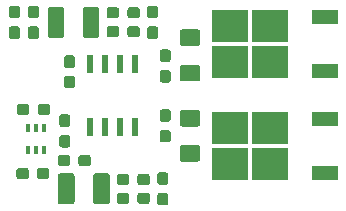
<source format=gtp>
G04 #@! TF.GenerationSoftware,KiCad,Pcbnew,(5.0.1-dev-70-gb7b125d83)*
G04 #@! TF.CreationDate,2018-10-14T18:39:39+02:00*
G04 #@! TF.ProjectId,pwm-fan-control,70776D2D66616E2D636F6E74726F6C2E,rev?*
G04 #@! TF.SameCoordinates,Original*
G04 #@! TF.FileFunction,Paste,Top*
G04 #@! TF.FilePolarity,Positive*
%FSLAX46Y46*%
G04 Gerber Fmt 4.6, Leading zero omitted, Abs format (unit mm)*
G04 Created by KiCad (PCBNEW (5.0.1-dev-70-gb7b125d83)) date 10/14/18 18:39:39*
%MOMM*%
%LPD*%
G01*
G04 APERTURE LIST*
%ADD10R,2.200000X1.200000*%
%ADD11R,3.050000X2.750000*%
%ADD12C,0.100000*%
%ADD13C,1.425000*%
%ADD14C,0.950000*%
%ADD15R,0.600000X1.550000*%
%ADD16R,0.400000X0.650000*%
G04 APERTURE END LIST*
D10*
G04 #@! TO.C,Q1*
X236200000Y-59180000D03*
X236200000Y-54620000D03*
D11*
X228225000Y-55375000D03*
X231575000Y-58425000D03*
X228225000Y-58425000D03*
X231575000Y-55375000D03*
G04 #@! TD*
G04 #@! TO.C,Q2*
X231575000Y-46675000D03*
X228225000Y-49725000D03*
X231575000Y-49725000D03*
X228225000Y-46675000D03*
D10*
X236200000Y-45920000D03*
X236200000Y-50480000D03*
G04 #@! TD*
D12*
G04 #@! TO.C,R12*
G36*
X225449504Y-49976204D02*
X225473773Y-49979804D01*
X225497571Y-49985765D01*
X225520671Y-49994030D01*
X225542849Y-50004520D01*
X225563893Y-50017133D01*
X225583598Y-50031747D01*
X225601777Y-50048223D01*
X225618253Y-50066402D01*
X225632867Y-50086107D01*
X225645480Y-50107151D01*
X225655970Y-50129329D01*
X225664235Y-50152429D01*
X225670196Y-50176227D01*
X225673796Y-50200496D01*
X225675000Y-50225000D01*
X225675000Y-51150000D01*
X225673796Y-51174504D01*
X225670196Y-51198773D01*
X225664235Y-51222571D01*
X225655970Y-51245671D01*
X225645480Y-51267849D01*
X225632867Y-51288893D01*
X225618253Y-51308598D01*
X225601777Y-51326777D01*
X225583598Y-51343253D01*
X225563893Y-51357867D01*
X225542849Y-51370480D01*
X225520671Y-51380970D01*
X225497571Y-51389235D01*
X225473773Y-51395196D01*
X225449504Y-51398796D01*
X225425000Y-51400000D01*
X224175000Y-51400000D01*
X224150496Y-51398796D01*
X224126227Y-51395196D01*
X224102429Y-51389235D01*
X224079329Y-51380970D01*
X224057151Y-51370480D01*
X224036107Y-51357867D01*
X224016402Y-51343253D01*
X223998223Y-51326777D01*
X223981747Y-51308598D01*
X223967133Y-51288893D01*
X223954520Y-51267849D01*
X223944030Y-51245671D01*
X223935765Y-51222571D01*
X223929804Y-51198773D01*
X223926204Y-51174504D01*
X223925000Y-51150000D01*
X223925000Y-50225000D01*
X223926204Y-50200496D01*
X223929804Y-50176227D01*
X223935765Y-50152429D01*
X223944030Y-50129329D01*
X223954520Y-50107151D01*
X223967133Y-50086107D01*
X223981747Y-50066402D01*
X223998223Y-50048223D01*
X224016402Y-50031747D01*
X224036107Y-50017133D01*
X224057151Y-50004520D01*
X224079329Y-49994030D01*
X224102429Y-49985765D01*
X224126227Y-49979804D01*
X224150496Y-49976204D01*
X224175000Y-49975000D01*
X225425000Y-49975000D01*
X225449504Y-49976204D01*
X225449504Y-49976204D01*
G37*
D13*
X224800000Y-50687500D03*
D12*
G36*
X225449504Y-47001204D02*
X225473773Y-47004804D01*
X225497571Y-47010765D01*
X225520671Y-47019030D01*
X225542849Y-47029520D01*
X225563893Y-47042133D01*
X225583598Y-47056747D01*
X225601777Y-47073223D01*
X225618253Y-47091402D01*
X225632867Y-47111107D01*
X225645480Y-47132151D01*
X225655970Y-47154329D01*
X225664235Y-47177429D01*
X225670196Y-47201227D01*
X225673796Y-47225496D01*
X225675000Y-47250000D01*
X225675000Y-48175000D01*
X225673796Y-48199504D01*
X225670196Y-48223773D01*
X225664235Y-48247571D01*
X225655970Y-48270671D01*
X225645480Y-48292849D01*
X225632867Y-48313893D01*
X225618253Y-48333598D01*
X225601777Y-48351777D01*
X225583598Y-48368253D01*
X225563893Y-48382867D01*
X225542849Y-48395480D01*
X225520671Y-48405970D01*
X225497571Y-48414235D01*
X225473773Y-48420196D01*
X225449504Y-48423796D01*
X225425000Y-48425000D01*
X224175000Y-48425000D01*
X224150496Y-48423796D01*
X224126227Y-48420196D01*
X224102429Y-48414235D01*
X224079329Y-48405970D01*
X224057151Y-48395480D01*
X224036107Y-48382867D01*
X224016402Y-48368253D01*
X223998223Y-48351777D01*
X223981747Y-48333598D01*
X223967133Y-48313893D01*
X223954520Y-48292849D01*
X223944030Y-48270671D01*
X223935765Y-48247571D01*
X223929804Y-48223773D01*
X223926204Y-48199504D01*
X223925000Y-48175000D01*
X223925000Y-47250000D01*
X223926204Y-47225496D01*
X223929804Y-47201227D01*
X223935765Y-47177429D01*
X223944030Y-47154329D01*
X223954520Y-47132151D01*
X223967133Y-47111107D01*
X223981747Y-47091402D01*
X223998223Y-47073223D01*
X224016402Y-47056747D01*
X224036107Y-47042133D01*
X224057151Y-47029520D01*
X224079329Y-47019030D01*
X224102429Y-47010765D01*
X224126227Y-47004804D01*
X224150496Y-47001204D01*
X224175000Y-47000000D01*
X225425000Y-47000000D01*
X225449504Y-47001204D01*
X225449504Y-47001204D01*
G37*
D13*
X224800000Y-47712500D03*
G04 #@! TD*
D12*
G04 #@! TO.C,R10*
G36*
X222960779Y-50451144D02*
X222983834Y-50454563D01*
X223006443Y-50460227D01*
X223028387Y-50468079D01*
X223049457Y-50478044D01*
X223069448Y-50490026D01*
X223088168Y-50503910D01*
X223105438Y-50519562D01*
X223121090Y-50536832D01*
X223134974Y-50555552D01*
X223146956Y-50575543D01*
X223156921Y-50596613D01*
X223164773Y-50618557D01*
X223170437Y-50641166D01*
X223173856Y-50664221D01*
X223175000Y-50687500D01*
X223175000Y-51262500D01*
X223173856Y-51285779D01*
X223170437Y-51308834D01*
X223164773Y-51331443D01*
X223156921Y-51353387D01*
X223146956Y-51374457D01*
X223134974Y-51394448D01*
X223121090Y-51413168D01*
X223105438Y-51430438D01*
X223088168Y-51446090D01*
X223069448Y-51459974D01*
X223049457Y-51471956D01*
X223028387Y-51481921D01*
X223006443Y-51489773D01*
X222983834Y-51495437D01*
X222960779Y-51498856D01*
X222937500Y-51500000D01*
X222462500Y-51500000D01*
X222439221Y-51498856D01*
X222416166Y-51495437D01*
X222393557Y-51489773D01*
X222371613Y-51481921D01*
X222350543Y-51471956D01*
X222330552Y-51459974D01*
X222311832Y-51446090D01*
X222294562Y-51430438D01*
X222278910Y-51413168D01*
X222265026Y-51394448D01*
X222253044Y-51374457D01*
X222243079Y-51353387D01*
X222235227Y-51331443D01*
X222229563Y-51308834D01*
X222226144Y-51285779D01*
X222225000Y-51262500D01*
X222225000Y-50687500D01*
X222226144Y-50664221D01*
X222229563Y-50641166D01*
X222235227Y-50618557D01*
X222243079Y-50596613D01*
X222253044Y-50575543D01*
X222265026Y-50555552D01*
X222278910Y-50536832D01*
X222294562Y-50519562D01*
X222311832Y-50503910D01*
X222330552Y-50490026D01*
X222350543Y-50478044D01*
X222371613Y-50468079D01*
X222393557Y-50460227D01*
X222416166Y-50454563D01*
X222439221Y-50451144D01*
X222462500Y-50450000D01*
X222937500Y-50450000D01*
X222960779Y-50451144D01*
X222960779Y-50451144D01*
G37*
D14*
X222700000Y-50975000D03*
D12*
G36*
X222960779Y-48701144D02*
X222983834Y-48704563D01*
X223006443Y-48710227D01*
X223028387Y-48718079D01*
X223049457Y-48728044D01*
X223069448Y-48740026D01*
X223088168Y-48753910D01*
X223105438Y-48769562D01*
X223121090Y-48786832D01*
X223134974Y-48805552D01*
X223146956Y-48825543D01*
X223156921Y-48846613D01*
X223164773Y-48868557D01*
X223170437Y-48891166D01*
X223173856Y-48914221D01*
X223175000Y-48937500D01*
X223175000Y-49512500D01*
X223173856Y-49535779D01*
X223170437Y-49558834D01*
X223164773Y-49581443D01*
X223156921Y-49603387D01*
X223146956Y-49624457D01*
X223134974Y-49644448D01*
X223121090Y-49663168D01*
X223105438Y-49680438D01*
X223088168Y-49696090D01*
X223069448Y-49709974D01*
X223049457Y-49721956D01*
X223028387Y-49731921D01*
X223006443Y-49739773D01*
X222983834Y-49745437D01*
X222960779Y-49748856D01*
X222937500Y-49750000D01*
X222462500Y-49750000D01*
X222439221Y-49748856D01*
X222416166Y-49745437D01*
X222393557Y-49739773D01*
X222371613Y-49731921D01*
X222350543Y-49721956D01*
X222330552Y-49709974D01*
X222311832Y-49696090D01*
X222294562Y-49680438D01*
X222278910Y-49663168D01*
X222265026Y-49644448D01*
X222253044Y-49624457D01*
X222243079Y-49603387D01*
X222235227Y-49581443D01*
X222229563Y-49558834D01*
X222226144Y-49535779D01*
X222225000Y-49512500D01*
X222225000Y-48937500D01*
X222226144Y-48914221D01*
X222229563Y-48891166D01*
X222235227Y-48868557D01*
X222243079Y-48846613D01*
X222253044Y-48825543D01*
X222265026Y-48805552D01*
X222278910Y-48786832D01*
X222294562Y-48769562D01*
X222311832Y-48753910D01*
X222330552Y-48740026D01*
X222350543Y-48728044D01*
X222371613Y-48718079D01*
X222393557Y-48710227D01*
X222416166Y-48704563D01*
X222439221Y-48701144D01*
X222462500Y-48700000D01*
X222937500Y-48700000D01*
X222960779Y-48701144D01*
X222960779Y-48701144D01*
G37*
D14*
X222700000Y-49225000D03*
G04 #@! TD*
D12*
G04 #@! TO.C,R9*
G36*
X218585779Y-46726144D02*
X218608834Y-46729563D01*
X218631443Y-46735227D01*
X218653387Y-46743079D01*
X218674457Y-46753044D01*
X218694448Y-46765026D01*
X218713168Y-46778910D01*
X218730438Y-46794562D01*
X218746090Y-46811832D01*
X218759974Y-46830552D01*
X218771956Y-46850543D01*
X218781921Y-46871613D01*
X218789773Y-46893557D01*
X218795437Y-46916166D01*
X218798856Y-46939221D01*
X218800000Y-46962500D01*
X218800000Y-47437500D01*
X218798856Y-47460779D01*
X218795437Y-47483834D01*
X218789773Y-47506443D01*
X218781921Y-47528387D01*
X218771956Y-47549457D01*
X218759974Y-47569448D01*
X218746090Y-47588168D01*
X218730438Y-47605438D01*
X218713168Y-47621090D01*
X218694448Y-47634974D01*
X218674457Y-47646956D01*
X218653387Y-47656921D01*
X218631443Y-47664773D01*
X218608834Y-47670437D01*
X218585779Y-47673856D01*
X218562500Y-47675000D01*
X217987500Y-47675000D01*
X217964221Y-47673856D01*
X217941166Y-47670437D01*
X217918557Y-47664773D01*
X217896613Y-47656921D01*
X217875543Y-47646956D01*
X217855552Y-47634974D01*
X217836832Y-47621090D01*
X217819562Y-47605438D01*
X217803910Y-47588168D01*
X217790026Y-47569448D01*
X217778044Y-47549457D01*
X217768079Y-47528387D01*
X217760227Y-47506443D01*
X217754563Y-47483834D01*
X217751144Y-47460779D01*
X217750000Y-47437500D01*
X217750000Y-46962500D01*
X217751144Y-46939221D01*
X217754563Y-46916166D01*
X217760227Y-46893557D01*
X217768079Y-46871613D01*
X217778044Y-46850543D01*
X217790026Y-46830552D01*
X217803910Y-46811832D01*
X217819562Y-46794562D01*
X217836832Y-46778910D01*
X217855552Y-46765026D01*
X217875543Y-46753044D01*
X217896613Y-46743079D01*
X217918557Y-46735227D01*
X217941166Y-46729563D01*
X217964221Y-46726144D01*
X217987500Y-46725000D01*
X218562500Y-46725000D01*
X218585779Y-46726144D01*
X218585779Y-46726144D01*
G37*
D14*
X218275000Y-47200000D03*
D12*
G36*
X220335779Y-46726144D02*
X220358834Y-46729563D01*
X220381443Y-46735227D01*
X220403387Y-46743079D01*
X220424457Y-46753044D01*
X220444448Y-46765026D01*
X220463168Y-46778910D01*
X220480438Y-46794562D01*
X220496090Y-46811832D01*
X220509974Y-46830552D01*
X220521956Y-46850543D01*
X220531921Y-46871613D01*
X220539773Y-46893557D01*
X220545437Y-46916166D01*
X220548856Y-46939221D01*
X220550000Y-46962500D01*
X220550000Y-47437500D01*
X220548856Y-47460779D01*
X220545437Y-47483834D01*
X220539773Y-47506443D01*
X220531921Y-47528387D01*
X220521956Y-47549457D01*
X220509974Y-47569448D01*
X220496090Y-47588168D01*
X220480438Y-47605438D01*
X220463168Y-47621090D01*
X220444448Y-47634974D01*
X220424457Y-47646956D01*
X220403387Y-47656921D01*
X220381443Y-47664773D01*
X220358834Y-47670437D01*
X220335779Y-47673856D01*
X220312500Y-47675000D01*
X219737500Y-47675000D01*
X219714221Y-47673856D01*
X219691166Y-47670437D01*
X219668557Y-47664773D01*
X219646613Y-47656921D01*
X219625543Y-47646956D01*
X219605552Y-47634974D01*
X219586832Y-47621090D01*
X219569562Y-47605438D01*
X219553910Y-47588168D01*
X219540026Y-47569448D01*
X219528044Y-47549457D01*
X219518079Y-47528387D01*
X219510227Y-47506443D01*
X219504563Y-47483834D01*
X219501144Y-47460779D01*
X219500000Y-47437500D01*
X219500000Y-46962500D01*
X219501144Y-46939221D01*
X219504563Y-46916166D01*
X219510227Y-46893557D01*
X219518079Y-46871613D01*
X219528044Y-46850543D01*
X219540026Y-46830552D01*
X219553910Y-46811832D01*
X219569562Y-46794562D01*
X219586832Y-46778910D01*
X219605552Y-46765026D01*
X219625543Y-46753044D01*
X219646613Y-46743079D01*
X219668557Y-46735227D01*
X219691166Y-46729563D01*
X219714221Y-46726144D01*
X219737500Y-46725000D01*
X220312500Y-46725000D01*
X220335779Y-46726144D01*
X220335779Y-46726144D01*
G37*
D14*
X220025000Y-47200000D03*
G04 #@! TD*
D12*
G04 #@! TO.C,C3*
G36*
X218585779Y-45126144D02*
X218608834Y-45129563D01*
X218631443Y-45135227D01*
X218653387Y-45143079D01*
X218674457Y-45153044D01*
X218694448Y-45165026D01*
X218713168Y-45178910D01*
X218730438Y-45194562D01*
X218746090Y-45211832D01*
X218759974Y-45230552D01*
X218771956Y-45250543D01*
X218781921Y-45271613D01*
X218789773Y-45293557D01*
X218795437Y-45316166D01*
X218798856Y-45339221D01*
X218800000Y-45362500D01*
X218800000Y-45837500D01*
X218798856Y-45860779D01*
X218795437Y-45883834D01*
X218789773Y-45906443D01*
X218781921Y-45928387D01*
X218771956Y-45949457D01*
X218759974Y-45969448D01*
X218746090Y-45988168D01*
X218730438Y-46005438D01*
X218713168Y-46021090D01*
X218694448Y-46034974D01*
X218674457Y-46046956D01*
X218653387Y-46056921D01*
X218631443Y-46064773D01*
X218608834Y-46070437D01*
X218585779Y-46073856D01*
X218562500Y-46075000D01*
X217987500Y-46075000D01*
X217964221Y-46073856D01*
X217941166Y-46070437D01*
X217918557Y-46064773D01*
X217896613Y-46056921D01*
X217875543Y-46046956D01*
X217855552Y-46034974D01*
X217836832Y-46021090D01*
X217819562Y-46005438D01*
X217803910Y-45988168D01*
X217790026Y-45969448D01*
X217778044Y-45949457D01*
X217768079Y-45928387D01*
X217760227Y-45906443D01*
X217754563Y-45883834D01*
X217751144Y-45860779D01*
X217750000Y-45837500D01*
X217750000Y-45362500D01*
X217751144Y-45339221D01*
X217754563Y-45316166D01*
X217760227Y-45293557D01*
X217768079Y-45271613D01*
X217778044Y-45250543D01*
X217790026Y-45230552D01*
X217803910Y-45211832D01*
X217819562Y-45194562D01*
X217836832Y-45178910D01*
X217855552Y-45165026D01*
X217875543Y-45153044D01*
X217896613Y-45143079D01*
X217918557Y-45135227D01*
X217941166Y-45129563D01*
X217964221Y-45126144D01*
X217987500Y-45125000D01*
X218562500Y-45125000D01*
X218585779Y-45126144D01*
X218585779Y-45126144D01*
G37*
D14*
X218275000Y-45600000D03*
D12*
G36*
X220335779Y-45126144D02*
X220358834Y-45129563D01*
X220381443Y-45135227D01*
X220403387Y-45143079D01*
X220424457Y-45153044D01*
X220444448Y-45165026D01*
X220463168Y-45178910D01*
X220480438Y-45194562D01*
X220496090Y-45211832D01*
X220509974Y-45230552D01*
X220521956Y-45250543D01*
X220531921Y-45271613D01*
X220539773Y-45293557D01*
X220545437Y-45316166D01*
X220548856Y-45339221D01*
X220550000Y-45362500D01*
X220550000Y-45837500D01*
X220548856Y-45860779D01*
X220545437Y-45883834D01*
X220539773Y-45906443D01*
X220531921Y-45928387D01*
X220521956Y-45949457D01*
X220509974Y-45969448D01*
X220496090Y-45988168D01*
X220480438Y-46005438D01*
X220463168Y-46021090D01*
X220444448Y-46034974D01*
X220424457Y-46046956D01*
X220403387Y-46056921D01*
X220381443Y-46064773D01*
X220358834Y-46070437D01*
X220335779Y-46073856D01*
X220312500Y-46075000D01*
X219737500Y-46075000D01*
X219714221Y-46073856D01*
X219691166Y-46070437D01*
X219668557Y-46064773D01*
X219646613Y-46056921D01*
X219625543Y-46046956D01*
X219605552Y-46034974D01*
X219586832Y-46021090D01*
X219569562Y-46005438D01*
X219553910Y-45988168D01*
X219540026Y-45969448D01*
X219528044Y-45949457D01*
X219518079Y-45928387D01*
X219510227Y-45906443D01*
X219504563Y-45883834D01*
X219501144Y-45860779D01*
X219500000Y-45837500D01*
X219500000Y-45362500D01*
X219501144Y-45339221D01*
X219504563Y-45316166D01*
X219510227Y-45293557D01*
X219518079Y-45271613D01*
X219528044Y-45250543D01*
X219540026Y-45230552D01*
X219553910Y-45211832D01*
X219569562Y-45194562D01*
X219586832Y-45178910D01*
X219605552Y-45165026D01*
X219625543Y-45153044D01*
X219646613Y-45143079D01*
X219668557Y-45135227D01*
X219691166Y-45129563D01*
X219714221Y-45126144D01*
X219737500Y-45125000D01*
X220312500Y-45125000D01*
X220335779Y-45126144D01*
X220335779Y-45126144D01*
G37*
D14*
X220025000Y-45600000D03*
G04 #@! TD*
D12*
G04 #@! TO.C,L2*
G36*
X213937399Y-45076204D02*
X213961668Y-45079804D01*
X213985466Y-45085765D01*
X214008566Y-45094030D01*
X214030744Y-45104520D01*
X214051788Y-45117133D01*
X214071493Y-45131747D01*
X214089672Y-45148223D01*
X214106148Y-45166402D01*
X214120762Y-45186107D01*
X214133375Y-45207151D01*
X214143865Y-45229329D01*
X214152130Y-45252429D01*
X214158091Y-45276227D01*
X214161691Y-45300496D01*
X214162895Y-45325000D01*
X214162895Y-47475000D01*
X214161691Y-47499504D01*
X214158091Y-47523773D01*
X214152130Y-47547571D01*
X214143865Y-47570671D01*
X214133375Y-47592849D01*
X214120762Y-47613893D01*
X214106148Y-47633598D01*
X214089672Y-47651777D01*
X214071493Y-47668253D01*
X214051788Y-47682867D01*
X214030744Y-47695480D01*
X214008566Y-47705970D01*
X213985466Y-47714235D01*
X213961668Y-47720196D01*
X213937399Y-47723796D01*
X213912895Y-47725000D01*
X212987895Y-47725000D01*
X212963391Y-47723796D01*
X212939122Y-47720196D01*
X212915324Y-47714235D01*
X212892224Y-47705970D01*
X212870046Y-47695480D01*
X212849002Y-47682867D01*
X212829297Y-47668253D01*
X212811118Y-47651777D01*
X212794642Y-47633598D01*
X212780028Y-47613893D01*
X212767415Y-47592849D01*
X212756925Y-47570671D01*
X212748660Y-47547571D01*
X212742699Y-47523773D01*
X212739099Y-47499504D01*
X212737895Y-47475000D01*
X212737895Y-45325000D01*
X212739099Y-45300496D01*
X212742699Y-45276227D01*
X212748660Y-45252429D01*
X212756925Y-45229329D01*
X212767415Y-45207151D01*
X212780028Y-45186107D01*
X212794642Y-45166402D01*
X212811118Y-45148223D01*
X212829297Y-45131747D01*
X212849002Y-45117133D01*
X212870046Y-45104520D01*
X212892224Y-45094030D01*
X212915324Y-45085765D01*
X212939122Y-45079804D01*
X212963391Y-45076204D01*
X212987895Y-45075000D01*
X213912895Y-45075000D01*
X213937399Y-45076204D01*
X213937399Y-45076204D01*
G37*
D13*
X213450395Y-46400000D03*
D12*
G36*
X216912399Y-45076204D02*
X216936668Y-45079804D01*
X216960466Y-45085765D01*
X216983566Y-45094030D01*
X217005744Y-45104520D01*
X217026788Y-45117133D01*
X217046493Y-45131747D01*
X217064672Y-45148223D01*
X217081148Y-45166402D01*
X217095762Y-45186107D01*
X217108375Y-45207151D01*
X217118865Y-45229329D01*
X217127130Y-45252429D01*
X217133091Y-45276227D01*
X217136691Y-45300496D01*
X217137895Y-45325000D01*
X217137895Y-47475000D01*
X217136691Y-47499504D01*
X217133091Y-47523773D01*
X217127130Y-47547571D01*
X217118865Y-47570671D01*
X217108375Y-47592849D01*
X217095762Y-47613893D01*
X217081148Y-47633598D01*
X217064672Y-47651777D01*
X217046493Y-47668253D01*
X217026788Y-47682867D01*
X217005744Y-47695480D01*
X216983566Y-47705970D01*
X216960466Y-47714235D01*
X216936668Y-47720196D01*
X216912399Y-47723796D01*
X216887895Y-47725000D01*
X215962895Y-47725000D01*
X215938391Y-47723796D01*
X215914122Y-47720196D01*
X215890324Y-47714235D01*
X215867224Y-47705970D01*
X215845046Y-47695480D01*
X215824002Y-47682867D01*
X215804297Y-47668253D01*
X215786118Y-47651777D01*
X215769642Y-47633598D01*
X215755028Y-47613893D01*
X215742415Y-47592849D01*
X215731925Y-47570671D01*
X215723660Y-47547571D01*
X215717699Y-47523773D01*
X215714099Y-47499504D01*
X215712895Y-47475000D01*
X215712895Y-45325000D01*
X215714099Y-45300496D01*
X215717699Y-45276227D01*
X215723660Y-45252429D01*
X215731925Y-45229329D01*
X215742415Y-45207151D01*
X215755028Y-45186107D01*
X215769642Y-45166402D01*
X215786118Y-45148223D01*
X215804297Y-45131747D01*
X215824002Y-45117133D01*
X215845046Y-45104520D01*
X215867224Y-45094030D01*
X215890324Y-45085765D01*
X215914122Y-45079804D01*
X215938391Y-45076204D01*
X215962895Y-45075000D01*
X216887895Y-45075000D01*
X216912399Y-45076204D01*
X216912399Y-45076204D01*
G37*
D13*
X216425395Y-46400000D03*
G04 #@! TD*
D12*
G04 #@! TO.C,R11*
G36*
X221898674Y-45001144D02*
X221921729Y-45004563D01*
X221944338Y-45010227D01*
X221966282Y-45018079D01*
X221987352Y-45028044D01*
X222007343Y-45040026D01*
X222026063Y-45053910D01*
X222043333Y-45069562D01*
X222058985Y-45086832D01*
X222072869Y-45105552D01*
X222084851Y-45125543D01*
X222094816Y-45146613D01*
X222102668Y-45168557D01*
X222108332Y-45191166D01*
X222111751Y-45214221D01*
X222112895Y-45237500D01*
X222112895Y-45812500D01*
X222111751Y-45835779D01*
X222108332Y-45858834D01*
X222102668Y-45881443D01*
X222094816Y-45903387D01*
X222084851Y-45924457D01*
X222072869Y-45944448D01*
X222058985Y-45963168D01*
X222043333Y-45980438D01*
X222026063Y-45996090D01*
X222007343Y-46009974D01*
X221987352Y-46021956D01*
X221966282Y-46031921D01*
X221944338Y-46039773D01*
X221921729Y-46045437D01*
X221898674Y-46048856D01*
X221875395Y-46050000D01*
X221400395Y-46050000D01*
X221377116Y-46048856D01*
X221354061Y-46045437D01*
X221331452Y-46039773D01*
X221309508Y-46031921D01*
X221288438Y-46021956D01*
X221268447Y-46009974D01*
X221249727Y-45996090D01*
X221232457Y-45980438D01*
X221216805Y-45963168D01*
X221202921Y-45944448D01*
X221190939Y-45924457D01*
X221180974Y-45903387D01*
X221173122Y-45881443D01*
X221167458Y-45858834D01*
X221164039Y-45835779D01*
X221162895Y-45812500D01*
X221162895Y-45237500D01*
X221164039Y-45214221D01*
X221167458Y-45191166D01*
X221173122Y-45168557D01*
X221180974Y-45146613D01*
X221190939Y-45125543D01*
X221202921Y-45105552D01*
X221216805Y-45086832D01*
X221232457Y-45069562D01*
X221249727Y-45053910D01*
X221268447Y-45040026D01*
X221288438Y-45028044D01*
X221309508Y-45018079D01*
X221331452Y-45010227D01*
X221354061Y-45004563D01*
X221377116Y-45001144D01*
X221400395Y-45000000D01*
X221875395Y-45000000D01*
X221898674Y-45001144D01*
X221898674Y-45001144D01*
G37*
D14*
X221637895Y-45525000D03*
D12*
G36*
X221898674Y-46751144D02*
X221921729Y-46754563D01*
X221944338Y-46760227D01*
X221966282Y-46768079D01*
X221987352Y-46778044D01*
X222007343Y-46790026D01*
X222026063Y-46803910D01*
X222043333Y-46819562D01*
X222058985Y-46836832D01*
X222072869Y-46855552D01*
X222084851Y-46875543D01*
X222094816Y-46896613D01*
X222102668Y-46918557D01*
X222108332Y-46941166D01*
X222111751Y-46964221D01*
X222112895Y-46987500D01*
X222112895Y-47562500D01*
X222111751Y-47585779D01*
X222108332Y-47608834D01*
X222102668Y-47631443D01*
X222094816Y-47653387D01*
X222084851Y-47674457D01*
X222072869Y-47694448D01*
X222058985Y-47713168D01*
X222043333Y-47730438D01*
X222026063Y-47746090D01*
X222007343Y-47759974D01*
X221987352Y-47771956D01*
X221966282Y-47781921D01*
X221944338Y-47789773D01*
X221921729Y-47795437D01*
X221898674Y-47798856D01*
X221875395Y-47800000D01*
X221400395Y-47800000D01*
X221377116Y-47798856D01*
X221354061Y-47795437D01*
X221331452Y-47789773D01*
X221309508Y-47781921D01*
X221288438Y-47771956D01*
X221268447Y-47759974D01*
X221249727Y-47746090D01*
X221232457Y-47730438D01*
X221216805Y-47713168D01*
X221202921Y-47694448D01*
X221190939Y-47674457D01*
X221180974Y-47653387D01*
X221173122Y-47631443D01*
X221167458Y-47608834D01*
X221164039Y-47585779D01*
X221162895Y-47562500D01*
X221162895Y-46987500D01*
X221164039Y-46964221D01*
X221167458Y-46941166D01*
X221173122Y-46918557D01*
X221180974Y-46896613D01*
X221190939Y-46875543D01*
X221202921Y-46855552D01*
X221216805Y-46836832D01*
X221232457Y-46819562D01*
X221249727Y-46803910D01*
X221268447Y-46790026D01*
X221288438Y-46778044D01*
X221309508Y-46768079D01*
X221331452Y-46760227D01*
X221354061Y-46754563D01*
X221377116Y-46751144D01*
X221400395Y-46750000D01*
X221875395Y-46750000D01*
X221898674Y-46751144D01*
X221898674Y-46751144D01*
G37*
D14*
X221637895Y-47275000D03*
G04 #@! TD*
D12*
G04 #@! TO.C,R8*
G36*
X211798674Y-45001144D02*
X211821729Y-45004563D01*
X211844338Y-45010227D01*
X211866282Y-45018079D01*
X211887352Y-45028044D01*
X211907343Y-45040026D01*
X211926063Y-45053910D01*
X211943333Y-45069562D01*
X211958985Y-45086832D01*
X211972869Y-45105552D01*
X211984851Y-45125543D01*
X211994816Y-45146613D01*
X212002668Y-45168557D01*
X212008332Y-45191166D01*
X212011751Y-45214221D01*
X212012895Y-45237500D01*
X212012895Y-45812500D01*
X212011751Y-45835779D01*
X212008332Y-45858834D01*
X212002668Y-45881443D01*
X211994816Y-45903387D01*
X211984851Y-45924457D01*
X211972869Y-45944448D01*
X211958985Y-45963168D01*
X211943333Y-45980438D01*
X211926063Y-45996090D01*
X211907343Y-46009974D01*
X211887352Y-46021956D01*
X211866282Y-46031921D01*
X211844338Y-46039773D01*
X211821729Y-46045437D01*
X211798674Y-46048856D01*
X211775395Y-46050000D01*
X211300395Y-46050000D01*
X211277116Y-46048856D01*
X211254061Y-46045437D01*
X211231452Y-46039773D01*
X211209508Y-46031921D01*
X211188438Y-46021956D01*
X211168447Y-46009974D01*
X211149727Y-45996090D01*
X211132457Y-45980438D01*
X211116805Y-45963168D01*
X211102921Y-45944448D01*
X211090939Y-45924457D01*
X211080974Y-45903387D01*
X211073122Y-45881443D01*
X211067458Y-45858834D01*
X211064039Y-45835779D01*
X211062895Y-45812500D01*
X211062895Y-45237500D01*
X211064039Y-45214221D01*
X211067458Y-45191166D01*
X211073122Y-45168557D01*
X211080974Y-45146613D01*
X211090939Y-45125543D01*
X211102921Y-45105552D01*
X211116805Y-45086832D01*
X211132457Y-45069562D01*
X211149727Y-45053910D01*
X211168447Y-45040026D01*
X211188438Y-45028044D01*
X211209508Y-45018079D01*
X211231452Y-45010227D01*
X211254061Y-45004563D01*
X211277116Y-45001144D01*
X211300395Y-45000000D01*
X211775395Y-45000000D01*
X211798674Y-45001144D01*
X211798674Y-45001144D01*
G37*
D14*
X211537895Y-45525000D03*
D12*
G36*
X211798674Y-46751144D02*
X211821729Y-46754563D01*
X211844338Y-46760227D01*
X211866282Y-46768079D01*
X211887352Y-46778044D01*
X211907343Y-46790026D01*
X211926063Y-46803910D01*
X211943333Y-46819562D01*
X211958985Y-46836832D01*
X211972869Y-46855552D01*
X211984851Y-46875543D01*
X211994816Y-46896613D01*
X212002668Y-46918557D01*
X212008332Y-46941166D01*
X212011751Y-46964221D01*
X212012895Y-46987500D01*
X212012895Y-47562500D01*
X212011751Y-47585779D01*
X212008332Y-47608834D01*
X212002668Y-47631443D01*
X211994816Y-47653387D01*
X211984851Y-47674457D01*
X211972869Y-47694448D01*
X211958985Y-47713168D01*
X211943333Y-47730438D01*
X211926063Y-47746090D01*
X211907343Y-47759974D01*
X211887352Y-47771956D01*
X211866282Y-47781921D01*
X211844338Y-47789773D01*
X211821729Y-47795437D01*
X211798674Y-47798856D01*
X211775395Y-47800000D01*
X211300395Y-47800000D01*
X211277116Y-47798856D01*
X211254061Y-47795437D01*
X211231452Y-47789773D01*
X211209508Y-47781921D01*
X211188438Y-47771956D01*
X211168447Y-47759974D01*
X211149727Y-47746090D01*
X211132457Y-47730438D01*
X211116805Y-47713168D01*
X211102921Y-47694448D01*
X211090939Y-47674457D01*
X211080974Y-47653387D01*
X211073122Y-47631443D01*
X211067458Y-47608834D01*
X211064039Y-47585779D01*
X211062895Y-47562500D01*
X211062895Y-46987500D01*
X211064039Y-46964221D01*
X211067458Y-46941166D01*
X211073122Y-46918557D01*
X211080974Y-46896613D01*
X211090939Y-46875543D01*
X211102921Y-46855552D01*
X211116805Y-46836832D01*
X211132457Y-46819562D01*
X211149727Y-46803910D01*
X211168447Y-46790026D01*
X211188438Y-46778044D01*
X211209508Y-46768079D01*
X211231452Y-46760227D01*
X211254061Y-46754563D01*
X211277116Y-46751144D01*
X211300395Y-46750000D01*
X211775395Y-46750000D01*
X211798674Y-46751144D01*
X211798674Y-46751144D01*
G37*
D14*
X211537895Y-47275000D03*
G04 #@! TD*
D12*
G04 #@! TO.C,R7*
G36*
X210198674Y-45001144D02*
X210221729Y-45004563D01*
X210244338Y-45010227D01*
X210266282Y-45018079D01*
X210287352Y-45028044D01*
X210307343Y-45040026D01*
X210326063Y-45053910D01*
X210343333Y-45069562D01*
X210358985Y-45086832D01*
X210372869Y-45105552D01*
X210384851Y-45125543D01*
X210394816Y-45146613D01*
X210402668Y-45168557D01*
X210408332Y-45191166D01*
X210411751Y-45214221D01*
X210412895Y-45237500D01*
X210412895Y-45812500D01*
X210411751Y-45835779D01*
X210408332Y-45858834D01*
X210402668Y-45881443D01*
X210394816Y-45903387D01*
X210384851Y-45924457D01*
X210372869Y-45944448D01*
X210358985Y-45963168D01*
X210343333Y-45980438D01*
X210326063Y-45996090D01*
X210307343Y-46009974D01*
X210287352Y-46021956D01*
X210266282Y-46031921D01*
X210244338Y-46039773D01*
X210221729Y-46045437D01*
X210198674Y-46048856D01*
X210175395Y-46050000D01*
X209700395Y-46050000D01*
X209677116Y-46048856D01*
X209654061Y-46045437D01*
X209631452Y-46039773D01*
X209609508Y-46031921D01*
X209588438Y-46021956D01*
X209568447Y-46009974D01*
X209549727Y-45996090D01*
X209532457Y-45980438D01*
X209516805Y-45963168D01*
X209502921Y-45944448D01*
X209490939Y-45924457D01*
X209480974Y-45903387D01*
X209473122Y-45881443D01*
X209467458Y-45858834D01*
X209464039Y-45835779D01*
X209462895Y-45812500D01*
X209462895Y-45237500D01*
X209464039Y-45214221D01*
X209467458Y-45191166D01*
X209473122Y-45168557D01*
X209480974Y-45146613D01*
X209490939Y-45125543D01*
X209502921Y-45105552D01*
X209516805Y-45086832D01*
X209532457Y-45069562D01*
X209549727Y-45053910D01*
X209568447Y-45040026D01*
X209588438Y-45028044D01*
X209609508Y-45018079D01*
X209631452Y-45010227D01*
X209654061Y-45004563D01*
X209677116Y-45001144D01*
X209700395Y-45000000D01*
X210175395Y-45000000D01*
X210198674Y-45001144D01*
X210198674Y-45001144D01*
G37*
D14*
X209937895Y-45525000D03*
D12*
G36*
X210198674Y-46751144D02*
X210221729Y-46754563D01*
X210244338Y-46760227D01*
X210266282Y-46768079D01*
X210287352Y-46778044D01*
X210307343Y-46790026D01*
X210326063Y-46803910D01*
X210343333Y-46819562D01*
X210358985Y-46836832D01*
X210372869Y-46855552D01*
X210384851Y-46875543D01*
X210394816Y-46896613D01*
X210402668Y-46918557D01*
X210408332Y-46941166D01*
X210411751Y-46964221D01*
X210412895Y-46987500D01*
X210412895Y-47562500D01*
X210411751Y-47585779D01*
X210408332Y-47608834D01*
X210402668Y-47631443D01*
X210394816Y-47653387D01*
X210384851Y-47674457D01*
X210372869Y-47694448D01*
X210358985Y-47713168D01*
X210343333Y-47730438D01*
X210326063Y-47746090D01*
X210307343Y-47759974D01*
X210287352Y-47771956D01*
X210266282Y-47781921D01*
X210244338Y-47789773D01*
X210221729Y-47795437D01*
X210198674Y-47798856D01*
X210175395Y-47800000D01*
X209700395Y-47800000D01*
X209677116Y-47798856D01*
X209654061Y-47795437D01*
X209631452Y-47789773D01*
X209609508Y-47781921D01*
X209588438Y-47771956D01*
X209568447Y-47759974D01*
X209549727Y-47746090D01*
X209532457Y-47730438D01*
X209516805Y-47713168D01*
X209502921Y-47694448D01*
X209490939Y-47674457D01*
X209480974Y-47653387D01*
X209473122Y-47631443D01*
X209467458Y-47608834D01*
X209464039Y-47585779D01*
X209462895Y-47562500D01*
X209462895Y-46987500D01*
X209464039Y-46964221D01*
X209467458Y-46941166D01*
X209473122Y-46918557D01*
X209480974Y-46896613D01*
X209490939Y-46875543D01*
X209502921Y-46855552D01*
X209516805Y-46836832D01*
X209532457Y-46819562D01*
X209549727Y-46803910D01*
X209568447Y-46790026D01*
X209588438Y-46778044D01*
X209609508Y-46768079D01*
X209631452Y-46760227D01*
X209654061Y-46754563D01*
X209677116Y-46751144D01*
X209700395Y-46750000D01*
X210175395Y-46750000D01*
X210198674Y-46751144D01*
X210198674Y-46751144D01*
G37*
D14*
X209937895Y-47275000D03*
G04 #@! TD*
D12*
G04 #@! TO.C,C1*
G36*
X214860779Y-49201144D02*
X214883834Y-49204563D01*
X214906443Y-49210227D01*
X214928387Y-49218079D01*
X214949457Y-49228044D01*
X214969448Y-49240026D01*
X214988168Y-49253910D01*
X215005438Y-49269562D01*
X215021090Y-49286832D01*
X215034974Y-49305552D01*
X215046956Y-49325543D01*
X215056921Y-49346613D01*
X215064773Y-49368557D01*
X215070437Y-49391166D01*
X215073856Y-49414221D01*
X215075000Y-49437500D01*
X215075000Y-50012500D01*
X215073856Y-50035779D01*
X215070437Y-50058834D01*
X215064773Y-50081443D01*
X215056921Y-50103387D01*
X215046956Y-50124457D01*
X215034974Y-50144448D01*
X215021090Y-50163168D01*
X215005438Y-50180438D01*
X214988168Y-50196090D01*
X214969448Y-50209974D01*
X214949457Y-50221956D01*
X214928387Y-50231921D01*
X214906443Y-50239773D01*
X214883834Y-50245437D01*
X214860779Y-50248856D01*
X214837500Y-50250000D01*
X214362500Y-50250000D01*
X214339221Y-50248856D01*
X214316166Y-50245437D01*
X214293557Y-50239773D01*
X214271613Y-50231921D01*
X214250543Y-50221956D01*
X214230552Y-50209974D01*
X214211832Y-50196090D01*
X214194562Y-50180438D01*
X214178910Y-50163168D01*
X214165026Y-50144448D01*
X214153044Y-50124457D01*
X214143079Y-50103387D01*
X214135227Y-50081443D01*
X214129563Y-50058834D01*
X214126144Y-50035779D01*
X214125000Y-50012500D01*
X214125000Y-49437500D01*
X214126144Y-49414221D01*
X214129563Y-49391166D01*
X214135227Y-49368557D01*
X214143079Y-49346613D01*
X214153044Y-49325543D01*
X214165026Y-49305552D01*
X214178910Y-49286832D01*
X214194562Y-49269562D01*
X214211832Y-49253910D01*
X214230552Y-49240026D01*
X214250543Y-49228044D01*
X214271613Y-49218079D01*
X214293557Y-49210227D01*
X214316166Y-49204563D01*
X214339221Y-49201144D01*
X214362500Y-49200000D01*
X214837500Y-49200000D01*
X214860779Y-49201144D01*
X214860779Y-49201144D01*
G37*
D14*
X214600000Y-49725000D03*
D12*
G36*
X214860779Y-50951144D02*
X214883834Y-50954563D01*
X214906443Y-50960227D01*
X214928387Y-50968079D01*
X214949457Y-50978044D01*
X214969448Y-50990026D01*
X214988168Y-51003910D01*
X215005438Y-51019562D01*
X215021090Y-51036832D01*
X215034974Y-51055552D01*
X215046956Y-51075543D01*
X215056921Y-51096613D01*
X215064773Y-51118557D01*
X215070437Y-51141166D01*
X215073856Y-51164221D01*
X215075000Y-51187500D01*
X215075000Y-51762500D01*
X215073856Y-51785779D01*
X215070437Y-51808834D01*
X215064773Y-51831443D01*
X215056921Y-51853387D01*
X215046956Y-51874457D01*
X215034974Y-51894448D01*
X215021090Y-51913168D01*
X215005438Y-51930438D01*
X214988168Y-51946090D01*
X214969448Y-51959974D01*
X214949457Y-51971956D01*
X214928387Y-51981921D01*
X214906443Y-51989773D01*
X214883834Y-51995437D01*
X214860779Y-51998856D01*
X214837500Y-52000000D01*
X214362500Y-52000000D01*
X214339221Y-51998856D01*
X214316166Y-51995437D01*
X214293557Y-51989773D01*
X214271613Y-51981921D01*
X214250543Y-51971956D01*
X214230552Y-51959974D01*
X214211832Y-51946090D01*
X214194562Y-51930438D01*
X214178910Y-51913168D01*
X214165026Y-51894448D01*
X214153044Y-51874457D01*
X214143079Y-51853387D01*
X214135227Y-51831443D01*
X214129563Y-51808834D01*
X214126144Y-51785779D01*
X214125000Y-51762500D01*
X214125000Y-51187500D01*
X214126144Y-51164221D01*
X214129563Y-51141166D01*
X214135227Y-51118557D01*
X214143079Y-51096613D01*
X214153044Y-51075543D01*
X214165026Y-51055552D01*
X214178910Y-51036832D01*
X214194562Y-51019562D01*
X214211832Y-51003910D01*
X214230552Y-50990026D01*
X214250543Y-50978044D01*
X214271613Y-50968079D01*
X214293557Y-50960227D01*
X214316166Y-50954563D01*
X214339221Y-50951144D01*
X214362500Y-50950000D01*
X214837500Y-50950000D01*
X214860779Y-50951144D01*
X214860779Y-50951144D01*
G37*
D14*
X214600000Y-51475000D03*
G04 #@! TD*
D12*
G04 #@! TO.C,C2*
G36*
X221185779Y-60826144D02*
X221208834Y-60829563D01*
X221231443Y-60835227D01*
X221253387Y-60843079D01*
X221274457Y-60853044D01*
X221294448Y-60865026D01*
X221313168Y-60878910D01*
X221330438Y-60894562D01*
X221346090Y-60911832D01*
X221359974Y-60930552D01*
X221371956Y-60950543D01*
X221381921Y-60971613D01*
X221389773Y-60993557D01*
X221395437Y-61016166D01*
X221398856Y-61039221D01*
X221400000Y-61062500D01*
X221400000Y-61537500D01*
X221398856Y-61560779D01*
X221395437Y-61583834D01*
X221389773Y-61606443D01*
X221381921Y-61628387D01*
X221371956Y-61649457D01*
X221359974Y-61669448D01*
X221346090Y-61688168D01*
X221330438Y-61705438D01*
X221313168Y-61721090D01*
X221294448Y-61734974D01*
X221274457Y-61746956D01*
X221253387Y-61756921D01*
X221231443Y-61764773D01*
X221208834Y-61770437D01*
X221185779Y-61773856D01*
X221162500Y-61775000D01*
X220587500Y-61775000D01*
X220564221Y-61773856D01*
X220541166Y-61770437D01*
X220518557Y-61764773D01*
X220496613Y-61756921D01*
X220475543Y-61746956D01*
X220455552Y-61734974D01*
X220436832Y-61721090D01*
X220419562Y-61705438D01*
X220403910Y-61688168D01*
X220390026Y-61669448D01*
X220378044Y-61649457D01*
X220368079Y-61628387D01*
X220360227Y-61606443D01*
X220354563Y-61583834D01*
X220351144Y-61560779D01*
X220350000Y-61537500D01*
X220350000Y-61062500D01*
X220351144Y-61039221D01*
X220354563Y-61016166D01*
X220360227Y-60993557D01*
X220368079Y-60971613D01*
X220378044Y-60950543D01*
X220390026Y-60930552D01*
X220403910Y-60911832D01*
X220419562Y-60894562D01*
X220436832Y-60878910D01*
X220455552Y-60865026D01*
X220475543Y-60853044D01*
X220496613Y-60843079D01*
X220518557Y-60835227D01*
X220541166Y-60829563D01*
X220564221Y-60826144D01*
X220587500Y-60825000D01*
X221162500Y-60825000D01*
X221185779Y-60826144D01*
X221185779Y-60826144D01*
G37*
D14*
X220875000Y-61300000D03*
D12*
G36*
X219435779Y-60826144D02*
X219458834Y-60829563D01*
X219481443Y-60835227D01*
X219503387Y-60843079D01*
X219524457Y-60853044D01*
X219544448Y-60865026D01*
X219563168Y-60878910D01*
X219580438Y-60894562D01*
X219596090Y-60911832D01*
X219609974Y-60930552D01*
X219621956Y-60950543D01*
X219631921Y-60971613D01*
X219639773Y-60993557D01*
X219645437Y-61016166D01*
X219648856Y-61039221D01*
X219650000Y-61062500D01*
X219650000Y-61537500D01*
X219648856Y-61560779D01*
X219645437Y-61583834D01*
X219639773Y-61606443D01*
X219631921Y-61628387D01*
X219621956Y-61649457D01*
X219609974Y-61669448D01*
X219596090Y-61688168D01*
X219580438Y-61705438D01*
X219563168Y-61721090D01*
X219544448Y-61734974D01*
X219524457Y-61746956D01*
X219503387Y-61756921D01*
X219481443Y-61764773D01*
X219458834Y-61770437D01*
X219435779Y-61773856D01*
X219412500Y-61775000D01*
X218837500Y-61775000D01*
X218814221Y-61773856D01*
X218791166Y-61770437D01*
X218768557Y-61764773D01*
X218746613Y-61756921D01*
X218725543Y-61746956D01*
X218705552Y-61734974D01*
X218686832Y-61721090D01*
X218669562Y-61705438D01*
X218653910Y-61688168D01*
X218640026Y-61669448D01*
X218628044Y-61649457D01*
X218618079Y-61628387D01*
X218610227Y-61606443D01*
X218604563Y-61583834D01*
X218601144Y-61560779D01*
X218600000Y-61537500D01*
X218600000Y-61062500D01*
X218601144Y-61039221D01*
X218604563Y-61016166D01*
X218610227Y-60993557D01*
X218618079Y-60971613D01*
X218628044Y-60950543D01*
X218640026Y-60930552D01*
X218653910Y-60911832D01*
X218669562Y-60894562D01*
X218686832Y-60878910D01*
X218705552Y-60865026D01*
X218725543Y-60853044D01*
X218746613Y-60843079D01*
X218768557Y-60835227D01*
X218791166Y-60829563D01*
X218814221Y-60826144D01*
X218837500Y-60825000D01*
X219412500Y-60825000D01*
X219435779Y-60826144D01*
X219435779Y-60826144D01*
G37*
D14*
X219125000Y-61300000D03*
G04 #@! TD*
D12*
G04 #@! TO.C,L1*
G36*
X217774504Y-59176204D02*
X217798773Y-59179804D01*
X217822571Y-59185765D01*
X217845671Y-59194030D01*
X217867849Y-59204520D01*
X217888893Y-59217133D01*
X217908598Y-59231747D01*
X217926777Y-59248223D01*
X217943253Y-59266402D01*
X217957867Y-59286107D01*
X217970480Y-59307151D01*
X217980970Y-59329329D01*
X217989235Y-59352429D01*
X217995196Y-59376227D01*
X217998796Y-59400496D01*
X218000000Y-59425000D01*
X218000000Y-61575000D01*
X217998796Y-61599504D01*
X217995196Y-61623773D01*
X217989235Y-61647571D01*
X217980970Y-61670671D01*
X217970480Y-61692849D01*
X217957867Y-61713893D01*
X217943253Y-61733598D01*
X217926777Y-61751777D01*
X217908598Y-61768253D01*
X217888893Y-61782867D01*
X217867849Y-61795480D01*
X217845671Y-61805970D01*
X217822571Y-61814235D01*
X217798773Y-61820196D01*
X217774504Y-61823796D01*
X217750000Y-61825000D01*
X216825000Y-61825000D01*
X216800496Y-61823796D01*
X216776227Y-61820196D01*
X216752429Y-61814235D01*
X216729329Y-61805970D01*
X216707151Y-61795480D01*
X216686107Y-61782867D01*
X216666402Y-61768253D01*
X216648223Y-61751777D01*
X216631747Y-61733598D01*
X216617133Y-61713893D01*
X216604520Y-61692849D01*
X216594030Y-61670671D01*
X216585765Y-61647571D01*
X216579804Y-61623773D01*
X216576204Y-61599504D01*
X216575000Y-61575000D01*
X216575000Y-59425000D01*
X216576204Y-59400496D01*
X216579804Y-59376227D01*
X216585765Y-59352429D01*
X216594030Y-59329329D01*
X216604520Y-59307151D01*
X216617133Y-59286107D01*
X216631747Y-59266402D01*
X216648223Y-59248223D01*
X216666402Y-59231747D01*
X216686107Y-59217133D01*
X216707151Y-59204520D01*
X216729329Y-59194030D01*
X216752429Y-59185765D01*
X216776227Y-59179804D01*
X216800496Y-59176204D01*
X216825000Y-59175000D01*
X217750000Y-59175000D01*
X217774504Y-59176204D01*
X217774504Y-59176204D01*
G37*
D13*
X217287500Y-60500000D03*
D12*
G36*
X214799504Y-59176204D02*
X214823773Y-59179804D01*
X214847571Y-59185765D01*
X214870671Y-59194030D01*
X214892849Y-59204520D01*
X214913893Y-59217133D01*
X214933598Y-59231747D01*
X214951777Y-59248223D01*
X214968253Y-59266402D01*
X214982867Y-59286107D01*
X214995480Y-59307151D01*
X215005970Y-59329329D01*
X215014235Y-59352429D01*
X215020196Y-59376227D01*
X215023796Y-59400496D01*
X215025000Y-59425000D01*
X215025000Y-61575000D01*
X215023796Y-61599504D01*
X215020196Y-61623773D01*
X215014235Y-61647571D01*
X215005970Y-61670671D01*
X214995480Y-61692849D01*
X214982867Y-61713893D01*
X214968253Y-61733598D01*
X214951777Y-61751777D01*
X214933598Y-61768253D01*
X214913893Y-61782867D01*
X214892849Y-61795480D01*
X214870671Y-61805970D01*
X214847571Y-61814235D01*
X214823773Y-61820196D01*
X214799504Y-61823796D01*
X214775000Y-61825000D01*
X213850000Y-61825000D01*
X213825496Y-61823796D01*
X213801227Y-61820196D01*
X213777429Y-61814235D01*
X213754329Y-61805970D01*
X213732151Y-61795480D01*
X213711107Y-61782867D01*
X213691402Y-61768253D01*
X213673223Y-61751777D01*
X213656747Y-61733598D01*
X213642133Y-61713893D01*
X213629520Y-61692849D01*
X213619030Y-61670671D01*
X213610765Y-61647571D01*
X213604804Y-61623773D01*
X213601204Y-61599504D01*
X213600000Y-61575000D01*
X213600000Y-59425000D01*
X213601204Y-59400496D01*
X213604804Y-59376227D01*
X213610765Y-59352429D01*
X213619030Y-59329329D01*
X213629520Y-59307151D01*
X213642133Y-59286107D01*
X213656747Y-59266402D01*
X213673223Y-59248223D01*
X213691402Y-59231747D01*
X213711107Y-59217133D01*
X213732151Y-59204520D01*
X213754329Y-59194030D01*
X213777429Y-59185765D01*
X213801227Y-59179804D01*
X213825496Y-59176204D01*
X213850000Y-59175000D01*
X214775000Y-59175000D01*
X214799504Y-59176204D01*
X214799504Y-59176204D01*
G37*
D13*
X214312500Y-60500000D03*
G04 #@! TD*
D12*
G04 #@! TO.C,R1*
G36*
X214460779Y-54201144D02*
X214483834Y-54204563D01*
X214506443Y-54210227D01*
X214528387Y-54218079D01*
X214549457Y-54228044D01*
X214569448Y-54240026D01*
X214588168Y-54253910D01*
X214605438Y-54269562D01*
X214621090Y-54286832D01*
X214634974Y-54305552D01*
X214646956Y-54325543D01*
X214656921Y-54346613D01*
X214664773Y-54368557D01*
X214670437Y-54391166D01*
X214673856Y-54414221D01*
X214675000Y-54437500D01*
X214675000Y-55012500D01*
X214673856Y-55035779D01*
X214670437Y-55058834D01*
X214664773Y-55081443D01*
X214656921Y-55103387D01*
X214646956Y-55124457D01*
X214634974Y-55144448D01*
X214621090Y-55163168D01*
X214605438Y-55180438D01*
X214588168Y-55196090D01*
X214569448Y-55209974D01*
X214549457Y-55221956D01*
X214528387Y-55231921D01*
X214506443Y-55239773D01*
X214483834Y-55245437D01*
X214460779Y-55248856D01*
X214437500Y-55250000D01*
X213962500Y-55250000D01*
X213939221Y-55248856D01*
X213916166Y-55245437D01*
X213893557Y-55239773D01*
X213871613Y-55231921D01*
X213850543Y-55221956D01*
X213830552Y-55209974D01*
X213811832Y-55196090D01*
X213794562Y-55180438D01*
X213778910Y-55163168D01*
X213765026Y-55144448D01*
X213753044Y-55124457D01*
X213743079Y-55103387D01*
X213735227Y-55081443D01*
X213729563Y-55058834D01*
X213726144Y-55035779D01*
X213725000Y-55012500D01*
X213725000Y-54437500D01*
X213726144Y-54414221D01*
X213729563Y-54391166D01*
X213735227Y-54368557D01*
X213743079Y-54346613D01*
X213753044Y-54325543D01*
X213765026Y-54305552D01*
X213778910Y-54286832D01*
X213794562Y-54269562D01*
X213811832Y-54253910D01*
X213830552Y-54240026D01*
X213850543Y-54228044D01*
X213871613Y-54218079D01*
X213893557Y-54210227D01*
X213916166Y-54204563D01*
X213939221Y-54201144D01*
X213962500Y-54200000D01*
X214437500Y-54200000D01*
X214460779Y-54201144D01*
X214460779Y-54201144D01*
G37*
D14*
X214200000Y-54725000D03*
D12*
G36*
X214460779Y-55951144D02*
X214483834Y-55954563D01*
X214506443Y-55960227D01*
X214528387Y-55968079D01*
X214549457Y-55978044D01*
X214569448Y-55990026D01*
X214588168Y-56003910D01*
X214605438Y-56019562D01*
X214621090Y-56036832D01*
X214634974Y-56055552D01*
X214646956Y-56075543D01*
X214656921Y-56096613D01*
X214664773Y-56118557D01*
X214670437Y-56141166D01*
X214673856Y-56164221D01*
X214675000Y-56187500D01*
X214675000Y-56762500D01*
X214673856Y-56785779D01*
X214670437Y-56808834D01*
X214664773Y-56831443D01*
X214656921Y-56853387D01*
X214646956Y-56874457D01*
X214634974Y-56894448D01*
X214621090Y-56913168D01*
X214605438Y-56930438D01*
X214588168Y-56946090D01*
X214569448Y-56959974D01*
X214549457Y-56971956D01*
X214528387Y-56981921D01*
X214506443Y-56989773D01*
X214483834Y-56995437D01*
X214460779Y-56998856D01*
X214437500Y-57000000D01*
X213962500Y-57000000D01*
X213939221Y-56998856D01*
X213916166Y-56995437D01*
X213893557Y-56989773D01*
X213871613Y-56981921D01*
X213850543Y-56971956D01*
X213830552Y-56959974D01*
X213811832Y-56946090D01*
X213794562Y-56930438D01*
X213778910Y-56913168D01*
X213765026Y-56894448D01*
X213753044Y-56874457D01*
X213743079Y-56853387D01*
X213735227Y-56831443D01*
X213729563Y-56808834D01*
X213726144Y-56785779D01*
X213725000Y-56762500D01*
X213725000Y-56187500D01*
X213726144Y-56164221D01*
X213729563Y-56141166D01*
X213735227Y-56118557D01*
X213743079Y-56096613D01*
X213753044Y-56075543D01*
X213765026Y-56055552D01*
X213778910Y-56036832D01*
X213794562Y-56019562D01*
X213811832Y-56003910D01*
X213830552Y-55990026D01*
X213850543Y-55978044D01*
X213871613Y-55968079D01*
X213893557Y-55960227D01*
X213916166Y-55954563D01*
X213939221Y-55951144D01*
X213962500Y-55950000D01*
X214437500Y-55950000D01*
X214460779Y-55951144D01*
X214460779Y-55951144D01*
G37*
D14*
X214200000Y-56475000D03*
G04 #@! TD*
D12*
G04 #@! TO.C,R2*
G36*
X214435779Y-57626144D02*
X214458834Y-57629563D01*
X214481443Y-57635227D01*
X214503387Y-57643079D01*
X214524457Y-57653044D01*
X214544448Y-57665026D01*
X214563168Y-57678910D01*
X214580438Y-57694562D01*
X214596090Y-57711832D01*
X214609974Y-57730552D01*
X214621956Y-57750543D01*
X214631921Y-57771613D01*
X214639773Y-57793557D01*
X214645437Y-57816166D01*
X214648856Y-57839221D01*
X214650000Y-57862500D01*
X214650000Y-58337500D01*
X214648856Y-58360779D01*
X214645437Y-58383834D01*
X214639773Y-58406443D01*
X214631921Y-58428387D01*
X214621956Y-58449457D01*
X214609974Y-58469448D01*
X214596090Y-58488168D01*
X214580438Y-58505438D01*
X214563168Y-58521090D01*
X214544448Y-58534974D01*
X214524457Y-58546956D01*
X214503387Y-58556921D01*
X214481443Y-58564773D01*
X214458834Y-58570437D01*
X214435779Y-58573856D01*
X214412500Y-58575000D01*
X213837500Y-58575000D01*
X213814221Y-58573856D01*
X213791166Y-58570437D01*
X213768557Y-58564773D01*
X213746613Y-58556921D01*
X213725543Y-58546956D01*
X213705552Y-58534974D01*
X213686832Y-58521090D01*
X213669562Y-58505438D01*
X213653910Y-58488168D01*
X213640026Y-58469448D01*
X213628044Y-58449457D01*
X213618079Y-58428387D01*
X213610227Y-58406443D01*
X213604563Y-58383834D01*
X213601144Y-58360779D01*
X213600000Y-58337500D01*
X213600000Y-57862500D01*
X213601144Y-57839221D01*
X213604563Y-57816166D01*
X213610227Y-57793557D01*
X213618079Y-57771613D01*
X213628044Y-57750543D01*
X213640026Y-57730552D01*
X213653910Y-57711832D01*
X213669562Y-57694562D01*
X213686832Y-57678910D01*
X213705552Y-57665026D01*
X213725543Y-57653044D01*
X213746613Y-57643079D01*
X213768557Y-57635227D01*
X213791166Y-57629563D01*
X213814221Y-57626144D01*
X213837500Y-57625000D01*
X214412500Y-57625000D01*
X214435779Y-57626144D01*
X214435779Y-57626144D01*
G37*
D14*
X214125000Y-58100000D03*
D12*
G36*
X216185779Y-57626144D02*
X216208834Y-57629563D01*
X216231443Y-57635227D01*
X216253387Y-57643079D01*
X216274457Y-57653044D01*
X216294448Y-57665026D01*
X216313168Y-57678910D01*
X216330438Y-57694562D01*
X216346090Y-57711832D01*
X216359974Y-57730552D01*
X216371956Y-57750543D01*
X216381921Y-57771613D01*
X216389773Y-57793557D01*
X216395437Y-57816166D01*
X216398856Y-57839221D01*
X216400000Y-57862500D01*
X216400000Y-58337500D01*
X216398856Y-58360779D01*
X216395437Y-58383834D01*
X216389773Y-58406443D01*
X216381921Y-58428387D01*
X216371956Y-58449457D01*
X216359974Y-58469448D01*
X216346090Y-58488168D01*
X216330438Y-58505438D01*
X216313168Y-58521090D01*
X216294448Y-58534974D01*
X216274457Y-58546956D01*
X216253387Y-58556921D01*
X216231443Y-58564773D01*
X216208834Y-58570437D01*
X216185779Y-58573856D01*
X216162500Y-58575000D01*
X215587500Y-58575000D01*
X215564221Y-58573856D01*
X215541166Y-58570437D01*
X215518557Y-58564773D01*
X215496613Y-58556921D01*
X215475543Y-58546956D01*
X215455552Y-58534974D01*
X215436832Y-58521090D01*
X215419562Y-58505438D01*
X215403910Y-58488168D01*
X215390026Y-58469448D01*
X215378044Y-58449457D01*
X215368079Y-58428387D01*
X215360227Y-58406443D01*
X215354563Y-58383834D01*
X215351144Y-58360779D01*
X215350000Y-58337500D01*
X215350000Y-57862500D01*
X215351144Y-57839221D01*
X215354563Y-57816166D01*
X215360227Y-57793557D01*
X215368079Y-57771613D01*
X215378044Y-57750543D01*
X215390026Y-57730552D01*
X215403910Y-57711832D01*
X215419562Y-57694562D01*
X215436832Y-57678910D01*
X215455552Y-57665026D01*
X215475543Y-57653044D01*
X215496613Y-57643079D01*
X215518557Y-57635227D01*
X215541166Y-57629563D01*
X215564221Y-57626144D01*
X215587500Y-57625000D01*
X216162500Y-57625000D01*
X216185779Y-57626144D01*
X216185779Y-57626144D01*
G37*
D14*
X215875000Y-58100000D03*
G04 #@! TD*
D12*
G04 #@! TO.C,R3*
G36*
X222960779Y-55526144D02*
X222983834Y-55529563D01*
X223006443Y-55535227D01*
X223028387Y-55543079D01*
X223049457Y-55553044D01*
X223069448Y-55565026D01*
X223088168Y-55578910D01*
X223105438Y-55594562D01*
X223121090Y-55611832D01*
X223134974Y-55630552D01*
X223146956Y-55650543D01*
X223156921Y-55671613D01*
X223164773Y-55693557D01*
X223170437Y-55716166D01*
X223173856Y-55739221D01*
X223175000Y-55762500D01*
X223175000Y-56337500D01*
X223173856Y-56360779D01*
X223170437Y-56383834D01*
X223164773Y-56406443D01*
X223156921Y-56428387D01*
X223146956Y-56449457D01*
X223134974Y-56469448D01*
X223121090Y-56488168D01*
X223105438Y-56505438D01*
X223088168Y-56521090D01*
X223069448Y-56534974D01*
X223049457Y-56546956D01*
X223028387Y-56556921D01*
X223006443Y-56564773D01*
X222983834Y-56570437D01*
X222960779Y-56573856D01*
X222937500Y-56575000D01*
X222462500Y-56575000D01*
X222439221Y-56573856D01*
X222416166Y-56570437D01*
X222393557Y-56564773D01*
X222371613Y-56556921D01*
X222350543Y-56546956D01*
X222330552Y-56534974D01*
X222311832Y-56521090D01*
X222294562Y-56505438D01*
X222278910Y-56488168D01*
X222265026Y-56469448D01*
X222253044Y-56449457D01*
X222243079Y-56428387D01*
X222235227Y-56406443D01*
X222229563Y-56383834D01*
X222226144Y-56360779D01*
X222225000Y-56337500D01*
X222225000Y-55762500D01*
X222226144Y-55739221D01*
X222229563Y-55716166D01*
X222235227Y-55693557D01*
X222243079Y-55671613D01*
X222253044Y-55650543D01*
X222265026Y-55630552D01*
X222278910Y-55611832D01*
X222294562Y-55594562D01*
X222311832Y-55578910D01*
X222330552Y-55565026D01*
X222350543Y-55553044D01*
X222371613Y-55543079D01*
X222393557Y-55535227D01*
X222416166Y-55529563D01*
X222439221Y-55526144D01*
X222462500Y-55525000D01*
X222937500Y-55525000D01*
X222960779Y-55526144D01*
X222960779Y-55526144D01*
G37*
D14*
X222700000Y-56050000D03*
D12*
G36*
X222960779Y-53776144D02*
X222983834Y-53779563D01*
X223006443Y-53785227D01*
X223028387Y-53793079D01*
X223049457Y-53803044D01*
X223069448Y-53815026D01*
X223088168Y-53828910D01*
X223105438Y-53844562D01*
X223121090Y-53861832D01*
X223134974Y-53880552D01*
X223146956Y-53900543D01*
X223156921Y-53921613D01*
X223164773Y-53943557D01*
X223170437Y-53966166D01*
X223173856Y-53989221D01*
X223175000Y-54012500D01*
X223175000Y-54587500D01*
X223173856Y-54610779D01*
X223170437Y-54633834D01*
X223164773Y-54656443D01*
X223156921Y-54678387D01*
X223146956Y-54699457D01*
X223134974Y-54719448D01*
X223121090Y-54738168D01*
X223105438Y-54755438D01*
X223088168Y-54771090D01*
X223069448Y-54784974D01*
X223049457Y-54796956D01*
X223028387Y-54806921D01*
X223006443Y-54814773D01*
X222983834Y-54820437D01*
X222960779Y-54823856D01*
X222937500Y-54825000D01*
X222462500Y-54825000D01*
X222439221Y-54823856D01*
X222416166Y-54820437D01*
X222393557Y-54814773D01*
X222371613Y-54806921D01*
X222350543Y-54796956D01*
X222330552Y-54784974D01*
X222311832Y-54771090D01*
X222294562Y-54755438D01*
X222278910Y-54738168D01*
X222265026Y-54719448D01*
X222253044Y-54699457D01*
X222243079Y-54678387D01*
X222235227Y-54656443D01*
X222229563Y-54633834D01*
X222226144Y-54610779D01*
X222225000Y-54587500D01*
X222225000Y-54012500D01*
X222226144Y-53989221D01*
X222229563Y-53966166D01*
X222235227Y-53943557D01*
X222243079Y-53921613D01*
X222253044Y-53900543D01*
X222265026Y-53880552D01*
X222278910Y-53861832D01*
X222294562Y-53844562D01*
X222311832Y-53828910D01*
X222330552Y-53815026D01*
X222350543Y-53803044D01*
X222371613Y-53793079D01*
X222393557Y-53785227D01*
X222416166Y-53779563D01*
X222439221Y-53776144D01*
X222462500Y-53775000D01*
X222937500Y-53775000D01*
X222960779Y-53776144D01*
X222960779Y-53776144D01*
G37*
D14*
X222700000Y-54300000D03*
G04 #@! TD*
D12*
G04 #@! TO.C,R4*
G36*
X221185779Y-59226144D02*
X221208834Y-59229563D01*
X221231443Y-59235227D01*
X221253387Y-59243079D01*
X221274457Y-59253044D01*
X221294448Y-59265026D01*
X221313168Y-59278910D01*
X221330438Y-59294562D01*
X221346090Y-59311832D01*
X221359974Y-59330552D01*
X221371956Y-59350543D01*
X221381921Y-59371613D01*
X221389773Y-59393557D01*
X221395437Y-59416166D01*
X221398856Y-59439221D01*
X221400000Y-59462500D01*
X221400000Y-59937500D01*
X221398856Y-59960779D01*
X221395437Y-59983834D01*
X221389773Y-60006443D01*
X221381921Y-60028387D01*
X221371956Y-60049457D01*
X221359974Y-60069448D01*
X221346090Y-60088168D01*
X221330438Y-60105438D01*
X221313168Y-60121090D01*
X221294448Y-60134974D01*
X221274457Y-60146956D01*
X221253387Y-60156921D01*
X221231443Y-60164773D01*
X221208834Y-60170437D01*
X221185779Y-60173856D01*
X221162500Y-60175000D01*
X220587500Y-60175000D01*
X220564221Y-60173856D01*
X220541166Y-60170437D01*
X220518557Y-60164773D01*
X220496613Y-60156921D01*
X220475543Y-60146956D01*
X220455552Y-60134974D01*
X220436832Y-60121090D01*
X220419562Y-60105438D01*
X220403910Y-60088168D01*
X220390026Y-60069448D01*
X220378044Y-60049457D01*
X220368079Y-60028387D01*
X220360227Y-60006443D01*
X220354563Y-59983834D01*
X220351144Y-59960779D01*
X220350000Y-59937500D01*
X220350000Y-59462500D01*
X220351144Y-59439221D01*
X220354563Y-59416166D01*
X220360227Y-59393557D01*
X220368079Y-59371613D01*
X220378044Y-59350543D01*
X220390026Y-59330552D01*
X220403910Y-59311832D01*
X220419562Y-59294562D01*
X220436832Y-59278910D01*
X220455552Y-59265026D01*
X220475543Y-59253044D01*
X220496613Y-59243079D01*
X220518557Y-59235227D01*
X220541166Y-59229563D01*
X220564221Y-59226144D01*
X220587500Y-59225000D01*
X221162500Y-59225000D01*
X221185779Y-59226144D01*
X221185779Y-59226144D01*
G37*
D14*
X220875000Y-59700000D03*
D12*
G36*
X219435779Y-59226144D02*
X219458834Y-59229563D01*
X219481443Y-59235227D01*
X219503387Y-59243079D01*
X219524457Y-59253044D01*
X219544448Y-59265026D01*
X219563168Y-59278910D01*
X219580438Y-59294562D01*
X219596090Y-59311832D01*
X219609974Y-59330552D01*
X219621956Y-59350543D01*
X219631921Y-59371613D01*
X219639773Y-59393557D01*
X219645437Y-59416166D01*
X219648856Y-59439221D01*
X219650000Y-59462500D01*
X219650000Y-59937500D01*
X219648856Y-59960779D01*
X219645437Y-59983834D01*
X219639773Y-60006443D01*
X219631921Y-60028387D01*
X219621956Y-60049457D01*
X219609974Y-60069448D01*
X219596090Y-60088168D01*
X219580438Y-60105438D01*
X219563168Y-60121090D01*
X219544448Y-60134974D01*
X219524457Y-60146956D01*
X219503387Y-60156921D01*
X219481443Y-60164773D01*
X219458834Y-60170437D01*
X219435779Y-60173856D01*
X219412500Y-60175000D01*
X218837500Y-60175000D01*
X218814221Y-60173856D01*
X218791166Y-60170437D01*
X218768557Y-60164773D01*
X218746613Y-60156921D01*
X218725543Y-60146956D01*
X218705552Y-60134974D01*
X218686832Y-60121090D01*
X218669562Y-60105438D01*
X218653910Y-60088168D01*
X218640026Y-60069448D01*
X218628044Y-60049457D01*
X218618079Y-60028387D01*
X218610227Y-60006443D01*
X218604563Y-59983834D01*
X218601144Y-59960779D01*
X218600000Y-59937500D01*
X218600000Y-59462500D01*
X218601144Y-59439221D01*
X218604563Y-59416166D01*
X218610227Y-59393557D01*
X218618079Y-59371613D01*
X218628044Y-59350543D01*
X218640026Y-59330552D01*
X218653910Y-59311832D01*
X218669562Y-59294562D01*
X218686832Y-59278910D01*
X218705552Y-59265026D01*
X218725543Y-59253044D01*
X218746613Y-59243079D01*
X218768557Y-59235227D01*
X218791166Y-59229563D01*
X218814221Y-59226144D01*
X218837500Y-59225000D01*
X219412500Y-59225000D01*
X219435779Y-59226144D01*
X219435779Y-59226144D01*
G37*
D14*
X219125000Y-59700000D03*
G04 #@! TD*
D12*
G04 #@! TO.C,R5*
G36*
X222760779Y-59101144D02*
X222783834Y-59104563D01*
X222806443Y-59110227D01*
X222828387Y-59118079D01*
X222849457Y-59128044D01*
X222869448Y-59140026D01*
X222888168Y-59153910D01*
X222905438Y-59169562D01*
X222921090Y-59186832D01*
X222934974Y-59205552D01*
X222946956Y-59225543D01*
X222956921Y-59246613D01*
X222964773Y-59268557D01*
X222970437Y-59291166D01*
X222973856Y-59314221D01*
X222975000Y-59337500D01*
X222975000Y-59912500D01*
X222973856Y-59935779D01*
X222970437Y-59958834D01*
X222964773Y-59981443D01*
X222956921Y-60003387D01*
X222946956Y-60024457D01*
X222934974Y-60044448D01*
X222921090Y-60063168D01*
X222905438Y-60080438D01*
X222888168Y-60096090D01*
X222869448Y-60109974D01*
X222849457Y-60121956D01*
X222828387Y-60131921D01*
X222806443Y-60139773D01*
X222783834Y-60145437D01*
X222760779Y-60148856D01*
X222737500Y-60150000D01*
X222262500Y-60150000D01*
X222239221Y-60148856D01*
X222216166Y-60145437D01*
X222193557Y-60139773D01*
X222171613Y-60131921D01*
X222150543Y-60121956D01*
X222130552Y-60109974D01*
X222111832Y-60096090D01*
X222094562Y-60080438D01*
X222078910Y-60063168D01*
X222065026Y-60044448D01*
X222053044Y-60024457D01*
X222043079Y-60003387D01*
X222035227Y-59981443D01*
X222029563Y-59958834D01*
X222026144Y-59935779D01*
X222025000Y-59912500D01*
X222025000Y-59337500D01*
X222026144Y-59314221D01*
X222029563Y-59291166D01*
X222035227Y-59268557D01*
X222043079Y-59246613D01*
X222053044Y-59225543D01*
X222065026Y-59205552D01*
X222078910Y-59186832D01*
X222094562Y-59169562D01*
X222111832Y-59153910D01*
X222130552Y-59140026D01*
X222150543Y-59128044D01*
X222171613Y-59118079D01*
X222193557Y-59110227D01*
X222216166Y-59104563D01*
X222239221Y-59101144D01*
X222262500Y-59100000D01*
X222737500Y-59100000D01*
X222760779Y-59101144D01*
X222760779Y-59101144D01*
G37*
D14*
X222500000Y-59625000D03*
D12*
G36*
X222760779Y-60851144D02*
X222783834Y-60854563D01*
X222806443Y-60860227D01*
X222828387Y-60868079D01*
X222849457Y-60878044D01*
X222869448Y-60890026D01*
X222888168Y-60903910D01*
X222905438Y-60919562D01*
X222921090Y-60936832D01*
X222934974Y-60955552D01*
X222946956Y-60975543D01*
X222956921Y-60996613D01*
X222964773Y-61018557D01*
X222970437Y-61041166D01*
X222973856Y-61064221D01*
X222975000Y-61087500D01*
X222975000Y-61662500D01*
X222973856Y-61685779D01*
X222970437Y-61708834D01*
X222964773Y-61731443D01*
X222956921Y-61753387D01*
X222946956Y-61774457D01*
X222934974Y-61794448D01*
X222921090Y-61813168D01*
X222905438Y-61830438D01*
X222888168Y-61846090D01*
X222869448Y-61859974D01*
X222849457Y-61871956D01*
X222828387Y-61881921D01*
X222806443Y-61889773D01*
X222783834Y-61895437D01*
X222760779Y-61898856D01*
X222737500Y-61900000D01*
X222262500Y-61900000D01*
X222239221Y-61898856D01*
X222216166Y-61895437D01*
X222193557Y-61889773D01*
X222171613Y-61881921D01*
X222150543Y-61871956D01*
X222130552Y-61859974D01*
X222111832Y-61846090D01*
X222094562Y-61830438D01*
X222078910Y-61813168D01*
X222065026Y-61794448D01*
X222053044Y-61774457D01*
X222043079Y-61753387D01*
X222035227Y-61731443D01*
X222029563Y-61708834D01*
X222026144Y-61685779D01*
X222025000Y-61662500D01*
X222025000Y-61087500D01*
X222026144Y-61064221D01*
X222029563Y-61041166D01*
X222035227Y-61018557D01*
X222043079Y-60996613D01*
X222053044Y-60975543D01*
X222065026Y-60955552D01*
X222078910Y-60936832D01*
X222094562Y-60919562D01*
X222111832Y-60903910D01*
X222130552Y-60890026D01*
X222150543Y-60878044D01*
X222171613Y-60868079D01*
X222193557Y-60860227D01*
X222216166Y-60854563D01*
X222239221Y-60851144D01*
X222262500Y-60850000D01*
X222737500Y-60850000D01*
X222760779Y-60851144D01*
X222760779Y-60851144D01*
G37*
D14*
X222500000Y-61375000D03*
G04 #@! TD*
D12*
G04 #@! TO.C,R6*
G36*
X225449504Y-56776204D02*
X225473773Y-56779804D01*
X225497571Y-56785765D01*
X225520671Y-56794030D01*
X225542849Y-56804520D01*
X225563893Y-56817133D01*
X225583598Y-56831747D01*
X225601777Y-56848223D01*
X225618253Y-56866402D01*
X225632867Y-56886107D01*
X225645480Y-56907151D01*
X225655970Y-56929329D01*
X225664235Y-56952429D01*
X225670196Y-56976227D01*
X225673796Y-57000496D01*
X225675000Y-57025000D01*
X225675000Y-57950000D01*
X225673796Y-57974504D01*
X225670196Y-57998773D01*
X225664235Y-58022571D01*
X225655970Y-58045671D01*
X225645480Y-58067849D01*
X225632867Y-58088893D01*
X225618253Y-58108598D01*
X225601777Y-58126777D01*
X225583598Y-58143253D01*
X225563893Y-58157867D01*
X225542849Y-58170480D01*
X225520671Y-58180970D01*
X225497571Y-58189235D01*
X225473773Y-58195196D01*
X225449504Y-58198796D01*
X225425000Y-58200000D01*
X224175000Y-58200000D01*
X224150496Y-58198796D01*
X224126227Y-58195196D01*
X224102429Y-58189235D01*
X224079329Y-58180970D01*
X224057151Y-58170480D01*
X224036107Y-58157867D01*
X224016402Y-58143253D01*
X223998223Y-58126777D01*
X223981747Y-58108598D01*
X223967133Y-58088893D01*
X223954520Y-58067849D01*
X223944030Y-58045671D01*
X223935765Y-58022571D01*
X223929804Y-57998773D01*
X223926204Y-57974504D01*
X223925000Y-57950000D01*
X223925000Y-57025000D01*
X223926204Y-57000496D01*
X223929804Y-56976227D01*
X223935765Y-56952429D01*
X223944030Y-56929329D01*
X223954520Y-56907151D01*
X223967133Y-56886107D01*
X223981747Y-56866402D01*
X223998223Y-56848223D01*
X224016402Y-56831747D01*
X224036107Y-56817133D01*
X224057151Y-56804520D01*
X224079329Y-56794030D01*
X224102429Y-56785765D01*
X224126227Y-56779804D01*
X224150496Y-56776204D01*
X224175000Y-56775000D01*
X225425000Y-56775000D01*
X225449504Y-56776204D01*
X225449504Y-56776204D01*
G37*
D13*
X224800000Y-57487500D03*
D12*
G36*
X225449504Y-53801204D02*
X225473773Y-53804804D01*
X225497571Y-53810765D01*
X225520671Y-53819030D01*
X225542849Y-53829520D01*
X225563893Y-53842133D01*
X225583598Y-53856747D01*
X225601777Y-53873223D01*
X225618253Y-53891402D01*
X225632867Y-53911107D01*
X225645480Y-53932151D01*
X225655970Y-53954329D01*
X225664235Y-53977429D01*
X225670196Y-54001227D01*
X225673796Y-54025496D01*
X225675000Y-54050000D01*
X225675000Y-54975000D01*
X225673796Y-54999504D01*
X225670196Y-55023773D01*
X225664235Y-55047571D01*
X225655970Y-55070671D01*
X225645480Y-55092849D01*
X225632867Y-55113893D01*
X225618253Y-55133598D01*
X225601777Y-55151777D01*
X225583598Y-55168253D01*
X225563893Y-55182867D01*
X225542849Y-55195480D01*
X225520671Y-55205970D01*
X225497571Y-55214235D01*
X225473773Y-55220196D01*
X225449504Y-55223796D01*
X225425000Y-55225000D01*
X224175000Y-55225000D01*
X224150496Y-55223796D01*
X224126227Y-55220196D01*
X224102429Y-55214235D01*
X224079329Y-55205970D01*
X224057151Y-55195480D01*
X224036107Y-55182867D01*
X224016402Y-55168253D01*
X223998223Y-55151777D01*
X223981747Y-55133598D01*
X223967133Y-55113893D01*
X223954520Y-55092849D01*
X223944030Y-55070671D01*
X223935765Y-55047571D01*
X223929804Y-55023773D01*
X223926204Y-54999504D01*
X223925000Y-54975000D01*
X223925000Y-54050000D01*
X223926204Y-54025496D01*
X223929804Y-54001227D01*
X223935765Y-53977429D01*
X223944030Y-53954329D01*
X223954520Y-53932151D01*
X223967133Y-53911107D01*
X223981747Y-53891402D01*
X223998223Y-53873223D01*
X224016402Y-53856747D01*
X224036107Y-53842133D01*
X224057151Y-53829520D01*
X224079329Y-53819030D01*
X224102429Y-53810765D01*
X224126227Y-53804804D01*
X224150496Y-53801204D01*
X224175000Y-53800000D01*
X225425000Y-53800000D01*
X225449504Y-53801204D01*
X225449504Y-53801204D01*
G37*
D13*
X224800000Y-54512500D03*
G04 #@! TD*
D15*
G04 #@! TO.C,U1*
X216295000Y-55300000D03*
X217565000Y-55300000D03*
X218835000Y-55300000D03*
X220105000Y-55300000D03*
X220105000Y-49900000D03*
X218835000Y-49900000D03*
X217565000Y-49900000D03*
X216295000Y-49900000D03*
G04 #@! TD*
D16*
G04 #@! TO.C,Q3*
X211102499Y-57214123D03*
X212402499Y-57214123D03*
X211752499Y-55314123D03*
X211752499Y-57214123D03*
X212402499Y-55314123D03*
X211102499Y-55314123D03*
G04 #@! TD*
D12*
G04 #@! TO.C,R13*
G36*
X210988278Y-53290267D02*
X211011333Y-53293686D01*
X211033942Y-53299350D01*
X211055886Y-53307202D01*
X211076956Y-53317167D01*
X211096947Y-53329149D01*
X211115667Y-53343033D01*
X211132937Y-53358685D01*
X211148589Y-53375955D01*
X211162473Y-53394675D01*
X211174455Y-53414666D01*
X211184420Y-53435736D01*
X211192272Y-53457680D01*
X211197936Y-53480289D01*
X211201355Y-53503344D01*
X211202499Y-53526623D01*
X211202499Y-54001623D01*
X211201355Y-54024902D01*
X211197936Y-54047957D01*
X211192272Y-54070566D01*
X211184420Y-54092510D01*
X211174455Y-54113580D01*
X211162473Y-54133571D01*
X211148589Y-54152291D01*
X211132937Y-54169561D01*
X211115667Y-54185213D01*
X211096947Y-54199097D01*
X211076956Y-54211079D01*
X211055886Y-54221044D01*
X211033942Y-54228896D01*
X211011333Y-54234560D01*
X210988278Y-54237979D01*
X210964999Y-54239123D01*
X210389999Y-54239123D01*
X210366720Y-54237979D01*
X210343665Y-54234560D01*
X210321056Y-54228896D01*
X210299112Y-54221044D01*
X210278042Y-54211079D01*
X210258051Y-54199097D01*
X210239331Y-54185213D01*
X210222061Y-54169561D01*
X210206409Y-54152291D01*
X210192525Y-54133571D01*
X210180543Y-54113580D01*
X210170578Y-54092510D01*
X210162726Y-54070566D01*
X210157062Y-54047957D01*
X210153643Y-54024902D01*
X210152499Y-54001623D01*
X210152499Y-53526623D01*
X210153643Y-53503344D01*
X210157062Y-53480289D01*
X210162726Y-53457680D01*
X210170578Y-53435736D01*
X210180543Y-53414666D01*
X210192525Y-53394675D01*
X210206409Y-53375955D01*
X210222061Y-53358685D01*
X210239331Y-53343033D01*
X210258051Y-53329149D01*
X210278042Y-53317167D01*
X210299112Y-53307202D01*
X210321056Y-53299350D01*
X210343665Y-53293686D01*
X210366720Y-53290267D01*
X210389999Y-53289123D01*
X210964999Y-53289123D01*
X210988278Y-53290267D01*
X210988278Y-53290267D01*
G37*
D14*
X210677499Y-53764123D03*
D12*
G36*
X212738278Y-53290267D02*
X212761333Y-53293686D01*
X212783942Y-53299350D01*
X212805886Y-53307202D01*
X212826956Y-53317167D01*
X212846947Y-53329149D01*
X212865667Y-53343033D01*
X212882937Y-53358685D01*
X212898589Y-53375955D01*
X212912473Y-53394675D01*
X212924455Y-53414666D01*
X212934420Y-53435736D01*
X212942272Y-53457680D01*
X212947936Y-53480289D01*
X212951355Y-53503344D01*
X212952499Y-53526623D01*
X212952499Y-54001623D01*
X212951355Y-54024902D01*
X212947936Y-54047957D01*
X212942272Y-54070566D01*
X212934420Y-54092510D01*
X212924455Y-54113580D01*
X212912473Y-54133571D01*
X212898589Y-54152291D01*
X212882937Y-54169561D01*
X212865667Y-54185213D01*
X212846947Y-54199097D01*
X212826956Y-54211079D01*
X212805886Y-54221044D01*
X212783942Y-54228896D01*
X212761333Y-54234560D01*
X212738278Y-54237979D01*
X212714999Y-54239123D01*
X212139999Y-54239123D01*
X212116720Y-54237979D01*
X212093665Y-54234560D01*
X212071056Y-54228896D01*
X212049112Y-54221044D01*
X212028042Y-54211079D01*
X212008051Y-54199097D01*
X211989331Y-54185213D01*
X211972061Y-54169561D01*
X211956409Y-54152291D01*
X211942525Y-54133571D01*
X211930543Y-54113580D01*
X211920578Y-54092510D01*
X211912726Y-54070566D01*
X211907062Y-54047957D01*
X211903643Y-54024902D01*
X211902499Y-54001623D01*
X211902499Y-53526623D01*
X211903643Y-53503344D01*
X211907062Y-53480289D01*
X211912726Y-53457680D01*
X211920578Y-53435736D01*
X211930543Y-53414666D01*
X211942525Y-53394675D01*
X211956409Y-53375955D01*
X211972061Y-53358685D01*
X211989331Y-53343033D01*
X212008051Y-53329149D01*
X212028042Y-53317167D01*
X212049112Y-53307202D01*
X212071056Y-53299350D01*
X212093665Y-53293686D01*
X212116720Y-53290267D01*
X212139999Y-53289123D01*
X212714999Y-53289123D01*
X212738278Y-53290267D01*
X212738278Y-53290267D01*
G37*
D14*
X212427499Y-53764123D03*
G04 #@! TD*
D12*
G04 #@! TO.C,R14*
G36*
X210935779Y-58726144D02*
X210958834Y-58729563D01*
X210981443Y-58735227D01*
X211003387Y-58743079D01*
X211024457Y-58753044D01*
X211044448Y-58765026D01*
X211063168Y-58778910D01*
X211080438Y-58794562D01*
X211096090Y-58811832D01*
X211109974Y-58830552D01*
X211121956Y-58850543D01*
X211131921Y-58871613D01*
X211139773Y-58893557D01*
X211145437Y-58916166D01*
X211148856Y-58939221D01*
X211150000Y-58962500D01*
X211150000Y-59437500D01*
X211148856Y-59460779D01*
X211145437Y-59483834D01*
X211139773Y-59506443D01*
X211131921Y-59528387D01*
X211121956Y-59549457D01*
X211109974Y-59569448D01*
X211096090Y-59588168D01*
X211080438Y-59605438D01*
X211063168Y-59621090D01*
X211044448Y-59634974D01*
X211024457Y-59646956D01*
X211003387Y-59656921D01*
X210981443Y-59664773D01*
X210958834Y-59670437D01*
X210935779Y-59673856D01*
X210912500Y-59675000D01*
X210337500Y-59675000D01*
X210314221Y-59673856D01*
X210291166Y-59670437D01*
X210268557Y-59664773D01*
X210246613Y-59656921D01*
X210225543Y-59646956D01*
X210205552Y-59634974D01*
X210186832Y-59621090D01*
X210169562Y-59605438D01*
X210153910Y-59588168D01*
X210140026Y-59569448D01*
X210128044Y-59549457D01*
X210118079Y-59528387D01*
X210110227Y-59506443D01*
X210104563Y-59483834D01*
X210101144Y-59460779D01*
X210100000Y-59437500D01*
X210100000Y-58962500D01*
X210101144Y-58939221D01*
X210104563Y-58916166D01*
X210110227Y-58893557D01*
X210118079Y-58871613D01*
X210128044Y-58850543D01*
X210140026Y-58830552D01*
X210153910Y-58811832D01*
X210169562Y-58794562D01*
X210186832Y-58778910D01*
X210205552Y-58765026D01*
X210225543Y-58753044D01*
X210246613Y-58743079D01*
X210268557Y-58735227D01*
X210291166Y-58729563D01*
X210314221Y-58726144D01*
X210337500Y-58725000D01*
X210912500Y-58725000D01*
X210935779Y-58726144D01*
X210935779Y-58726144D01*
G37*
D14*
X210625000Y-59200000D03*
D12*
G36*
X212685779Y-58726144D02*
X212708834Y-58729563D01*
X212731443Y-58735227D01*
X212753387Y-58743079D01*
X212774457Y-58753044D01*
X212794448Y-58765026D01*
X212813168Y-58778910D01*
X212830438Y-58794562D01*
X212846090Y-58811832D01*
X212859974Y-58830552D01*
X212871956Y-58850543D01*
X212881921Y-58871613D01*
X212889773Y-58893557D01*
X212895437Y-58916166D01*
X212898856Y-58939221D01*
X212900000Y-58962500D01*
X212900000Y-59437500D01*
X212898856Y-59460779D01*
X212895437Y-59483834D01*
X212889773Y-59506443D01*
X212881921Y-59528387D01*
X212871956Y-59549457D01*
X212859974Y-59569448D01*
X212846090Y-59588168D01*
X212830438Y-59605438D01*
X212813168Y-59621090D01*
X212794448Y-59634974D01*
X212774457Y-59646956D01*
X212753387Y-59656921D01*
X212731443Y-59664773D01*
X212708834Y-59670437D01*
X212685779Y-59673856D01*
X212662500Y-59675000D01*
X212087500Y-59675000D01*
X212064221Y-59673856D01*
X212041166Y-59670437D01*
X212018557Y-59664773D01*
X211996613Y-59656921D01*
X211975543Y-59646956D01*
X211955552Y-59634974D01*
X211936832Y-59621090D01*
X211919562Y-59605438D01*
X211903910Y-59588168D01*
X211890026Y-59569448D01*
X211878044Y-59549457D01*
X211868079Y-59528387D01*
X211860227Y-59506443D01*
X211854563Y-59483834D01*
X211851144Y-59460779D01*
X211850000Y-59437500D01*
X211850000Y-58962500D01*
X211851144Y-58939221D01*
X211854563Y-58916166D01*
X211860227Y-58893557D01*
X211868079Y-58871613D01*
X211878044Y-58850543D01*
X211890026Y-58830552D01*
X211903910Y-58811832D01*
X211919562Y-58794562D01*
X211936832Y-58778910D01*
X211955552Y-58765026D01*
X211975543Y-58753044D01*
X211996613Y-58743079D01*
X212018557Y-58735227D01*
X212041166Y-58729563D01*
X212064221Y-58726144D01*
X212087500Y-58725000D01*
X212662500Y-58725000D01*
X212685779Y-58726144D01*
X212685779Y-58726144D01*
G37*
D14*
X212375000Y-59200000D03*
G04 #@! TD*
M02*

</source>
